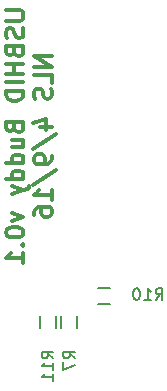
<source format=gbo>
G04 #@! TF.FileFunction,Legend,Bot*
%FSLAX46Y46*%
G04 Gerber Fmt 4.6, Leading zero omitted, Abs format (unit mm)*
G04 Created by KiCad (PCBNEW 4.0.2-stable) date 4/9/2016 9:23:23 PM*
%MOMM*%
G01*
G04 APERTURE LIST*
%ADD10C,0.100000*%
%ADD11C,0.300000*%
%ADD12C,0.150000*%
G04 APERTURE END LIST*
D10*
D11*
X89678571Y-90337143D02*
X90892857Y-90337143D01*
X91035714Y-90408571D01*
X91107143Y-90480000D01*
X91178571Y-90622857D01*
X91178571Y-90908571D01*
X91107143Y-91051429D01*
X91035714Y-91122857D01*
X90892857Y-91194286D01*
X89678571Y-91194286D01*
X91107143Y-91837143D02*
X91178571Y-92051429D01*
X91178571Y-92408572D01*
X91107143Y-92551429D01*
X91035714Y-92622858D01*
X90892857Y-92694286D01*
X90750000Y-92694286D01*
X90607143Y-92622858D01*
X90535714Y-92551429D01*
X90464286Y-92408572D01*
X90392857Y-92122858D01*
X90321429Y-91980000D01*
X90250000Y-91908572D01*
X90107143Y-91837143D01*
X89964286Y-91837143D01*
X89821429Y-91908572D01*
X89750000Y-91980000D01*
X89678571Y-92122858D01*
X89678571Y-92480000D01*
X89750000Y-92694286D01*
X90392857Y-93837143D02*
X90464286Y-94051429D01*
X90535714Y-94122857D01*
X90678571Y-94194286D01*
X90892857Y-94194286D01*
X91035714Y-94122857D01*
X91107143Y-94051429D01*
X91178571Y-93908571D01*
X91178571Y-93337143D01*
X89678571Y-93337143D01*
X89678571Y-93837143D01*
X89750000Y-93980000D01*
X89821429Y-94051429D01*
X89964286Y-94122857D01*
X90107143Y-94122857D01*
X90250000Y-94051429D01*
X90321429Y-93980000D01*
X90392857Y-93837143D01*
X90392857Y-93337143D01*
X91178571Y-94837143D02*
X89678571Y-94837143D01*
X90392857Y-94837143D02*
X90392857Y-95694286D01*
X91178571Y-95694286D02*
X89678571Y-95694286D01*
X91178571Y-96408572D02*
X89678571Y-96408572D01*
X91178571Y-97122858D02*
X89678571Y-97122858D01*
X89678571Y-97480001D01*
X89750000Y-97694286D01*
X89892857Y-97837144D01*
X90035714Y-97908572D01*
X90321429Y-97980001D01*
X90535714Y-97980001D01*
X90821429Y-97908572D01*
X90964286Y-97837144D01*
X91107143Y-97694286D01*
X91178571Y-97480001D01*
X91178571Y-97122858D01*
X90392857Y-100265715D02*
X90464286Y-100480001D01*
X90535714Y-100551429D01*
X90678571Y-100622858D01*
X90892857Y-100622858D01*
X91035714Y-100551429D01*
X91107143Y-100480001D01*
X91178571Y-100337143D01*
X91178571Y-99765715D01*
X89678571Y-99765715D01*
X89678571Y-100265715D01*
X89750000Y-100408572D01*
X89821429Y-100480001D01*
X89964286Y-100551429D01*
X90107143Y-100551429D01*
X90250000Y-100480001D01*
X90321429Y-100408572D01*
X90392857Y-100265715D01*
X90392857Y-99765715D01*
X90178571Y-101908572D02*
X91178571Y-101908572D01*
X90178571Y-101265715D02*
X90964286Y-101265715D01*
X91107143Y-101337143D01*
X91178571Y-101480001D01*
X91178571Y-101694286D01*
X91107143Y-101837143D01*
X91035714Y-101908572D01*
X91178571Y-103265715D02*
X89678571Y-103265715D01*
X91107143Y-103265715D02*
X91178571Y-103122858D01*
X91178571Y-102837144D01*
X91107143Y-102694286D01*
X91035714Y-102622858D01*
X90892857Y-102551429D01*
X90464286Y-102551429D01*
X90321429Y-102622858D01*
X90250000Y-102694286D01*
X90178571Y-102837144D01*
X90178571Y-103122858D01*
X90250000Y-103265715D01*
X91178571Y-104622858D02*
X89678571Y-104622858D01*
X91107143Y-104622858D02*
X91178571Y-104480001D01*
X91178571Y-104194287D01*
X91107143Y-104051429D01*
X91035714Y-103980001D01*
X90892857Y-103908572D01*
X90464286Y-103908572D01*
X90321429Y-103980001D01*
X90250000Y-104051429D01*
X90178571Y-104194287D01*
X90178571Y-104480001D01*
X90250000Y-104622858D01*
X90178571Y-105194287D02*
X91178571Y-105551430D01*
X90178571Y-105908572D02*
X91178571Y-105551430D01*
X91535714Y-105408572D01*
X91607143Y-105337144D01*
X91678571Y-105194287D01*
X90178571Y-107480001D02*
X91178571Y-107837144D01*
X90178571Y-108194286D01*
X89678571Y-109051429D02*
X89678571Y-109194286D01*
X89750000Y-109337143D01*
X89821429Y-109408572D01*
X89964286Y-109480001D01*
X90250000Y-109551429D01*
X90607143Y-109551429D01*
X90892857Y-109480001D01*
X91035714Y-109408572D01*
X91107143Y-109337143D01*
X91178571Y-109194286D01*
X91178571Y-109051429D01*
X91107143Y-108908572D01*
X91035714Y-108837143D01*
X90892857Y-108765715D01*
X90607143Y-108694286D01*
X90250000Y-108694286D01*
X89964286Y-108765715D01*
X89821429Y-108837143D01*
X89750000Y-108908572D01*
X89678571Y-109051429D01*
X91035714Y-110194286D02*
X91107143Y-110265714D01*
X91178571Y-110194286D01*
X91107143Y-110122857D01*
X91035714Y-110194286D01*
X91178571Y-110194286D01*
X91178571Y-111694286D02*
X91178571Y-110837143D01*
X91178571Y-111265715D02*
X89678571Y-111265715D01*
X89892857Y-111122858D01*
X90035714Y-110980000D01*
X90107143Y-110837143D01*
X93578571Y-94230001D02*
X92078571Y-94230001D01*
X93578571Y-95087144D01*
X92078571Y-95087144D01*
X93578571Y-96515716D02*
X93578571Y-95801430D01*
X92078571Y-95801430D01*
X93507143Y-96944287D02*
X93578571Y-97158573D01*
X93578571Y-97515716D01*
X93507143Y-97658573D01*
X93435714Y-97730002D01*
X93292857Y-97801430D01*
X93150000Y-97801430D01*
X93007143Y-97730002D01*
X92935714Y-97658573D01*
X92864286Y-97515716D01*
X92792857Y-97230002D01*
X92721429Y-97087144D01*
X92650000Y-97015716D01*
X92507143Y-96944287D01*
X92364286Y-96944287D01*
X92221429Y-97015716D01*
X92150000Y-97087144D01*
X92078571Y-97230002D01*
X92078571Y-97587144D01*
X92150000Y-97801430D01*
X92578571Y-100230001D02*
X93578571Y-100230001D01*
X92007143Y-99872858D02*
X93078571Y-99515715D01*
X93078571Y-100444287D01*
X92007143Y-102087143D02*
X93935714Y-100801429D01*
X93578571Y-102658572D02*
X93578571Y-102944287D01*
X93507143Y-103087144D01*
X93435714Y-103158572D01*
X93221429Y-103301430D01*
X92935714Y-103372858D01*
X92364286Y-103372858D01*
X92221429Y-103301430D01*
X92150000Y-103230001D01*
X92078571Y-103087144D01*
X92078571Y-102801430D01*
X92150000Y-102658572D01*
X92221429Y-102587144D01*
X92364286Y-102515715D01*
X92721429Y-102515715D01*
X92864286Y-102587144D01*
X92935714Y-102658572D01*
X93007143Y-102801430D01*
X93007143Y-103087144D01*
X92935714Y-103230001D01*
X92864286Y-103301430D01*
X92721429Y-103372858D01*
X92007143Y-105087143D02*
X93935714Y-103801429D01*
X93578571Y-106372858D02*
X93578571Y-105515715D01*
X93578571Y-105944287D02*
X92078571Y-105944287D01*
X92292857Y-105801430D01*
X92435714Y-105658572D01*
X92507143Y-105515715D01*
X92078571Y-107658572D02*
X92078571Y-107372858D01*
X92150000Y-107230001D01*
X92221429Y-107158572D01*
X92435714Y-107015715D01*
X92721429Y-106944286D01*
X93292857Y-106944286D01*
X93435714Y-107015715D01*
X93507143Y-107087143D01*
X93578571Y-107230001D01*
X93578571Y-107515715D01*
X93507143Y-107658572D01*
X93435714Y-107730001D01*
X93292857Y-107801429D01*
X92935714Y-107801429D01*
X92792857Y-107730001D01*
X92721429Y-107658572D01*
X92650000Y-107515715D01*
X92650000Y-107230001D01*
X92721429Y-107087143D01*
X92792857Y-107015715D01*
X92935714Y-106944286D01*
D12*
X94375000Y-116200000D02*
X94375000Y-117200000D01*
X95725000Y-117200000D02*
X95725000Y-116200000D01*
X97525000Y-115200000D02*
X98525000Y-115200000D01*
X98525000Y-113850000D02*
X97525000Y-113850000D01*
X92600000Y-116200000D02*
X92600000Y-117200000D01*
X93950000Y-117200000D02*
X93950000Y-116200000D01*
X95552381Y-119783334D02*
X95076190Y-119450000D01*
X95552381Y-119211905D02*
X94552381Y-119211905D01*
X94552381Y-119592858D01*
X94600000Y-119688096D01*
X94647619Y-119735715D01*
X94742857Y-119783334D01*
X94885714Y-119783334D01*
X94980952Y-119735715D01*
X95028571Y-119688096D01*
X95076190Y-119592858D01*
X95076190Y-119211905D01*
X94552381Y-120116667D02*
X94552381Y-120783334D01*
X95552381Y-120354762D01*
X102371177Y-114852921D02*
X102704511Y-114376730D01*
X102942606Y-114852921D02*
X102942606Y-113852921D01*
X102561653Y-113852921D01*
X102466415Y-113900540D01*
X102418796Y-113948159D01*
X102371177Y-114043397D01*
X102371177Y-114186254D01*
X102418796Y-114281492D01*
X102466415Y-114329111D01*
X102561653Y-114376730D01*
X102942606Y-114376730D01*
X101418796Y-114852921D02*
X101990225Y-114852921D01*
X101704511Y-114852921D02*
X101704511Y-113852921D01*
X101799749Y-113995778D01*
X101894987Y-114091016D01*
X101990225Y-114138635D01*
X100799749Y-113852921D02*
X100704510Y-113852921D01*
X100609272Y-113900540D01*
X100561653Y-113948159D01*
X100514034Y-114043397D01*
X100466415Y-114233873D01*
X100466415Y-114471969D01*
X100514034Y-114662445D01*
X100561653Y-114757683D01*
X100609272Y-114805302D01*
X100704510Y-114852921D01*
X100799749Y-114852921D01*
X100894987Y-114805302D01*
X100942606Y-114757683D01*
X100990225Y-114662445D01*
X101037844Y-114471969D01*
X101037844Y-114233873D01*
X100990225Y-114043397D01*
X100942606Y-113948159D01*
X100894987Y-113900540D01*
X100799749Y-113852921D01*
X93714681Y-119783323D02*
X93238490Y-119449989D01*
X93714681Y-119211894D02*
X92714681Y-119211894D01*
X92714681Y-119592847D01*
X92762300Y-119688085D01*
X92809919Y-119735704D01*
X92905157Y-119783323D01*
X93048014Y-119783323D01*
X93143252Y-119735704D01*
X93190871Y-119688085D01*
X93238490Y-119592847D01*
X93238490Y-119211894D01*
X93714681Y-120735704D02*
X93714681Y-120164275D01*
X93714681Y-120449989D02*
X92714681Y-120449989D01*
X92857538Y-120354751D01*
X92952776Y-120259513D01*
X93000395Y-120164275D01*
X93714681Y-121688085D02*
X93714681Y-121116656D01*
X93714681Y-121402370D02*
X92714681Y-121402370D01*
X92857538Y-121307132D01*
X92952776Y-121211894D01*
X93000395Y-121116656D01*
M02*

</source>
